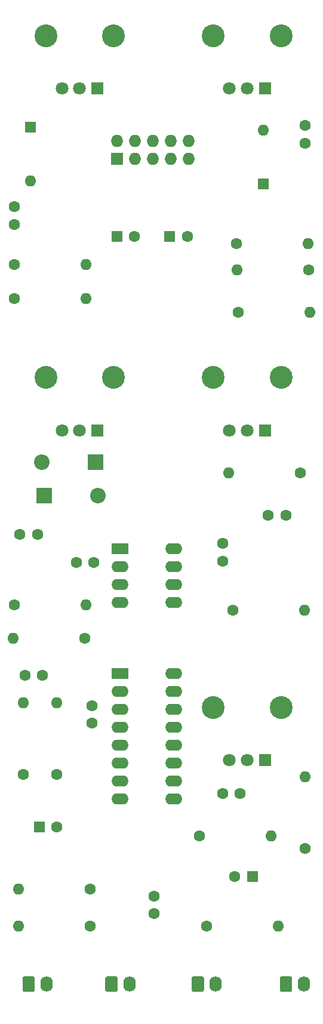
<source format=gbr>
%TF.GenerationSoftware,KiCad,Pcbnew,(5.1.12-1-10_14)*%
%TF.CreationDate,2023-08-06T16:46:36+02:00*%
%TF.ProjectId,springy_board,73707269-6e67-4795-9f62-6f6172642e6b,rev?*%
%TF.SameCoordinates,Original*%
%TF.FileFunction,Soldermask,Bot*%
%TF.FilePolarity,Negative*%
%FSLAX46Y46*%
G04 Gerber Fmt 4.6, Leading zero omitted, Abs format (unit mm)*
G04 Created by KiCad (PCBNEW (5.1.12-1-10_14)) date 2023-08-06 16:46:36*
%MOMM*%
%LPD*%
G01*
G04 APERTURE LIST*
%ADD10R,1.600000X1.600000*%
%ADD11C,1.600000*%
%ADD12O,2.200000X2.200000*%
%ADD13R,2.200000X2.200000*%
%ADD14O,1.600000X1.600000*%
%ADD15O,1.740000X2.200000*%
%ADD16R,1.727200X1.727200*%
%ADD17O,1.727200X1.727200*%
%ADD18R,1.800000X1.800000*%
%ADD19C,1.800000*%
%ADD20C,3.240000*%
%ADD21R,2.400000X1.600000*%
%ADD22O,2.400000X1.600000*%
G04 APERTURE END LIST*
D10*
%TO.C,10uf1*%
X386500000Y-68750000D03*
D11*
X389000000Y-68750000D03*
%TD*%
%TO.C,C1*%
X391750000Y-31250000D03*
X394250000Y-31250000D03*
%TD*%
%TO.C,C2*%
X419000000Y-24500000D03*
X421500000Y-24500000D03*
%TD*%
%TO.C,C3*%
X386250000Y-27250000D03*
X383750000Y-27250000D03*
%TD*%
%TO.C,C4*%
X412500000Y-64000000D03*
X415000000Y-64000000D03*
%TD*%
%TO.C,C5*%
X424250000Y30750000D03*
X424250000Y28250000D03*
%TD*%
%TO.C,C6*%
X387000000Y-47250000D03*
X384500000Y-47250000D03*
%TD*%
D10*
%TO.C,C8*%
X416750000Y-75750000D03*
D11*
X414250000Y-75750000D03*
%TD*%
%TO.C,C9*%
X383000000Y19250000D03*
X383000000Y16750000D03*
%TD*%
%TO.C,C10*%
X402750000Y-81000000D03*
X402750000Y-78500000D03*
%TD*%
%TO.C,C11*%
X407500000Y15000000D03*
D10*
X405000000Y15000000D03*
%TD*%
D11*
%TO.C,C12*%
X412500000Y-28500000D03*
X412500000Y-31000000D03*
%TD*%
%TO.C,C13*%
X394000000Y-54000000D03*
X394000000Y-51500000D03*
%TD*%
D12*
%TO.C,D1*%
X386880000Y-17000000D03*
D13*
X394500000Y-17000000D03*
%TD*%
%TO.C,D2*%
X387250000Y-21750000D03*
D12*
X394870000Y-21750000D03*
%TD*%
D14*
%TO.C,D3*%
X418250000Y30120000D03*
D10*
X418250000Y22500000D03*
%TD*%
%TO.C,D4*%
X385250000Y30500000D03*
D14*
X385250000Y22880000D03*
%TD*%
D15*
%TO.C,INPUT*%
X387540000Y-91000000D03*
G36*
G01*
X384130000Y-91850001D02*
X384130000Y-90149999D01*
G75*
G02*
X384379999Y-89900000I249999J0D01*
G01*
X385620001Y-89900000D01*
G75*
G02*
X385870000Y-90149999I0J-249999D01*
G01*
X385870000Y-91850001D01*
G75*
G02*
X385620001Y-92100000I-249999J0D01*
G01*
X384379999Y-92100000D01*
G75*
G02*
X384130000Y-91850001I0J249999D01*
G01*
G37*
%TD*%
%TO.C,OUTPUT*%
G36*
G01*
X420630000Y-91850001D02*
X420630000Y-90149999D01*
G75*
G02*
X420879999Y-89900000I249999J0D01*
G01*
X422120001Y-89900000D01*
G75*
G02*
X422370000Y-90149999I0J-249999D01*
G01*
X422370000Y-91850001D01*
G75*
G02*
X422120001Y-92100000I-249999J0D01*
G01*
X420879999Y-92100000D01*
G75*
G02*
X420630000Y-91850001I0J249999D01*
G01*
G37*
X424040000Y-91000000D03*
%TD*%
D16*
%TO.C,J5*%
X397500000Y26000000D03*
D17*
X397500000Y28540000D03*
X400040000Y26000000D03*
X400040000Y28540000D03*
X402580000Y26000000D03*
X402580000Y28540000D03*
X405120000Y26000000D03*
X405120000Y28540000D03*
X407660000Y26000000D03*
X407660000Y28540000D03*
%TD*%
D14*
%TO.C,R1*%
X424160000Y-38000000D03*
D11*
X414000000Y-38000000D03*
%TD*%
D14*
%TO.C,R2*%
X393160000Y-37250000D03*
D11*
X383000000Y-37250000D03*
%TD*%
%TO.C,R3*%
X393000000Y-42000000D03*
D14*
X382840000Y-42000000D03*
%TD*%
D11*
%TO.C,R4*%
X383000000Y11000000D03*
D14*
X393160000Y11000000D03*
%TD*%
%TO.C,R5*%
X424250000Y-61590000D03*
D11*
X424250000Y-71750000D03*
%TD*%
D14*
%TO.C,R6*%
X393160000Y6250000D03*
D11*
X383000000Y6250000D03*
%TD*%
%TO.C,R7*%
X423500000Y-18500000D03*
D14*
X413340000Y-18500000D03*
%TD*%
D11*
%TO.C,R8*%
X410250000Y-82750000D03*
D14*
X420410000Y-82750000D03*
%TD*%
D11*
%TO.C,R9*%
X389000000Y-61250000D03*
D14*
X389000000Y-51090000D03*
%TD*%
%TO.C,R10*%
X384250000Y-51090000D03*
D11*
X384250000Y-61250000D03*
%TD*%
%TO.C,R11*%
X393750000Y-77500000D03*
D14*
X383590000Y-77500000D03*
%TD*%
%TO.C,R12*%
X419410000Y-70000000D03*
D11*
X409250000Y-70000000D03*
%TD*%
%TO.C,R13*%
X414500000Y14000000D03*
D14*
X424660000Y14000000D03*
%TD*%
D11*
%TO.C,R14*%
X424750000Y10250000D03*
D14*
X414590000Y10250000D03*
%TD*%
%TO.C,R15*%
X383590000Y-82750000D03*
D11*
X393750000Y-82750000D03*
%TD*%
D14*
%TO.C,R16*%
X424910000Y4250000D03*
D11*
X414750000Y4250000D03*
%TD*%
D18*
%TO.C,RV1*%
X394750000Y-12500000D03*
D19*
X392250000Y-12500000D03*
X389750000Y-12500000D03*
D20*
X387450000Y-5000000D03*
X397050000Y-5000000D03*
%TD*%
D18*
%TO.C,RV2*%
X418500000Y-59250000D03*
D19*
X416000000Y-59250000D03*
X413500000Y-59250000D03*
D20*
X411200000Y-51750000D03*
X420800000Y-51750000D03*
%TD*%
%TO.C,RV3*%
X420800000Y-5000000D03*
X411200000Y-5000000D03*
D19*
X413500000Y-12500000D03*
X416000000Y-12500000D03*
D18*
X418500000Y-12500000D03*
%TD*%
%TO.C,RV4*%
X418500000Y36000000D03*
D19*
X416000000Y36000000D03*
X413500000Y36000000D03*
D20*
X411200000Y43500000D03*
X420800000Y43500000D03*
%TD*%
%TO.C,RV5*%
X397050000Y43500000D03*
X387450000Y43500000D03*
D19*
X389750000Y36000000D03*
X392250000Y36000000D03*
D18*
X394750000Y36000000D03*
%TD*%
D21*
%TO.C,U1*%
X398000000Y-29250000D03*
D22*
X405620000Y-36870000D03*
X398000000Y-31790000D03*
X405620000Y-34330000D03*
X398000000Y-34330000D03*
X405620000Y-31790000D03*
X398000000Y-36870000D03*
X405620000Y-29250000D03*
%TD*%
D21*
%TO.C,U2*%
X398000000Y-47000000D03*
D22*
X405620000Y-64780000D03*
X398000000Y-49540000D03*
X405620000Y-62240000D03*
X398000000Y-52080000D03*
X405620000Y-59700000D03*
X398000000Y-54620000D03*
X405620000Y-57160000D03*
X398000000Y-57160000D03*
X405620000Y-54620000D03*
X398000000Y-59700000D03*
X405620000Y-52080000D03*
X398000000Y-62240000D03*
X405620000Y-49540000D03*
X398000000Y-64780000D03*
X405620000Y-47000000D03*
%TD*%
%TO.C,TO SPRING*%
G36*
G01*
X408130000Y-91850001D02*
X408130000Y-90149999D01*
G75*
G02*
X408379999Y-89900000I249999J0D01*
G01*
X409620001Y-89900000D01*
G75*
G02*
X409870000Y-90149999I0J-249999D01*
G01*
X409870000Y-91850001D01*
G75*
G02*
X409620001Y-92100000I-249999J0D01*
G01*
X408379999Y-92100000D01*
G75*
G02*
X408130000Y-91850001I0J249999D01*
G01*
G37*
D15*
X411540000Y-91000000D03*
%TD*%
%TO.C,FROM SPRING*%
X399290000Y-91000000D03*
G36*
G01*
X395880000Y-91850001D02*
X395880000Y-90149999D01*
G75*
G02*
X396129999Y-89900000I249999J0D01*
G01*
X397370001Y-89900000D01*
G75*
G02*
X397620000Y-90149999I0J-249999D01*
G01*
X397620000Y-91850001D01*
G75*
G02*
X397370001Y-92100000I-249999J0D01*
G01*
X396129999Y-92100000D01*
G75*
G02*
X395880000Y-91850001I0J249999D01*
G01*
G37*
%TD*%
D10*
%TO.C,C7*%
X397500000Y15000000D03*
D11*
X400000000Y15000000D03*
%TD*%
M02*

</source>
